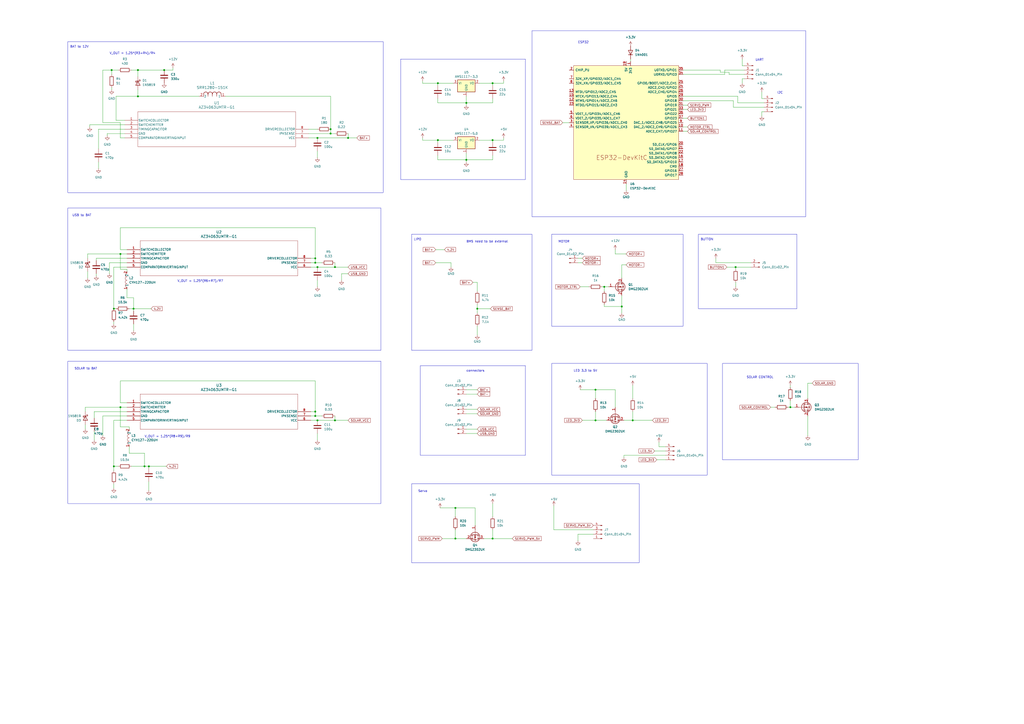
<source format=kicad_sch>
(kicad_sch (version 20230121) (generator eeschema)
  (paper "A2")
  (junction (at 194.31 154.94))
  (junction (at 276.86 179.07))
  (junction (at 426.72 154.94))
  (junction (at 80.01 40.64))
  (junction (at 270.51 92.71))
  (junction (at 264.16 294.64))
  (junction (at 285.75 48.26))
  (junction (at 350.52 166.37))
  (junction (at 201.93 80.01))
  (junction (at 66.04 179.07))
  (junction (at 64.77 40.64))
  (junction (at 285.75 81.28))
  (junction (at 182.88 149.86))
  (junction (at 191.77 74.93))
  (junction (at 184.15 243.84))
  (junction (at 254 48.26))
  (junction (at 83.82 270.51))
  (junction (at 191.77 77.47))
  (junction (at 184.15 154.94))
  (junction (at 182.88 241.3))
  (junction (at 285.75 312.42))
  (junction (at 66.04 270.51))
  (junction (at 458.47 236.22))
  (junction (at 254 81.28))
  (junction (at 69.85 147.32))
  (junction (at 367.03 243.84))
  (junction (at 69.85 236.22))
  (junction (at 86.36 270.51))
  (junction (at 345.44 243.84))
  (junction (at 360.68 177.8))
  (junction (at 182.88 238.76))
  (junction (at 184.15 80.01))
  (junction (at 182.88 152.4))
  (junction (at 270.51 59.69))
  (junction (at 77.47 179.07))
  (junction (at 194.31 243.84))
  (junction (at 345.44 226.06))
  (junction (at 264.16 312.42))
  (junction (at 80.01 55.88))
  (junction (at 95.25 40.64))
  (wire (pts (xy 396.24 63.5) (xy 398.78 63.5)))
  (wire (pts (xy 191.77 77.47) (xy 194.31 77.47)))
  (wire (pts (xy 182.88 149.86) (xy 182.88 152.4)))
  (wire (pts (xy 64.77 40.64) (xy 59.69 40.64)))
  (wire (pts (xy 194.31 154.94) (xy 201.93 154.94)))
  (wire (pts (xy 66.04 186.69) (xy 66.04 187.96)))
  (wire (pts (xy 66.04 243.84) (xy 73.66 243.84)))
  (wire (pts (xy 49.53 236.22) (xy 69.85 236.22)))
  (wire (pts (xy 353.06 166.37) (xy 350.52 166.37)))
  (wire (pts (xy 425.45 62.23) (xy 425.45 58.42)))
  (wire (pts (xy 420.37 43.18) (xy 420.37 40.64)))
  (wire (pts (xy 292.1 81.28) (xy 285.75 81.28)))
  (wire (pts (xy 264.16 307.34) (xy 264.16 312.42)))
  (wire (pts (xy 276.86 179.07) (xy 284.48 179.07)))
  (wire (pts (xy 74.93 248.92) (xy 74.93 247.65)))
  (wire (pts (xy 396.24 73.66) (xy 398.78 73.66)))
  (wire (pts (xy 422.91 43.18) (xy 431.8 43.18)))
  (wire (pts (xy 77.47 187.96) (xy 77.47 191.77)))
  (wire (pts (xy 337.82 149.86) (xy 335.28 149.86)))
  (wire (pts (xy 292.1 46.99) (xy 292.1 48.26)))
  (wire (pts (xy 365.76 34.29) (xy 365.76 35.56)))
  (wire (pts (xy 363.22 106.68) (xy 363.22 110.49)))
  (wire (pts (xy 361.95 264.16) (xy 361.95 265.43)))
  (wire (pts (xy 50.8 157.48) (xy 50.8 161.29)))
  (wire (pts (xy 336.55 166.37) (xy 341.63 166.37)))
  (wire (pts (xy 80.01 44.45) (xy 80.01 40.64)))
  (wire (pts (xy 245.11 80.01) (xy 245.11 81.28)))
  (wire (pts (xy 275.59 304.8) (xy 275.59 294.64)))
  (wire (pts (xy 345.44 243.84) (xy 351.79 243.84)))
  (wire (pts (xy 194.31 241.3) (xy 194.31 243.84)))
  (wire (pts (xy 180.34 241.3) (xy 182.88 241.3)))
  (wire (pts (xy 278.13 48.26) (xy 285.75 48.26)))
  (wire (pts (xy 270.51 228.6) (xy 276.86 228.6)))
  (wire (pts (xy 55.88 149.86) (xy 55.88 151.13)))
  (wire (pts (xy 422.91 41.91) (xy 422.91 43.18)))
  (wire (pts (xy 80.01 55.88) (xy 67.31 55.88)))
  (wire (pts (xy 292.1 80.01) (xy 292.1 81.28)))
  (wire (pts (xy 66.04 154.94) (xy 66.04 179.07)))
  (wire (pts (xy 74.93 179.07) (xy 77.47 179.07)))
  (wire (pts (xy 367.03 238.76) (xy 367.03 243.84)))
  (wire (pts (xy 50.8 149.86) (xy 50.8 147.32)))
  (wire (pts (xy 201.93 80.01) (xy 207.01 80.01)))
  (wire (pts (xy 396.24 76.2) (xy 398.78 76.2)))
  (wire (pts (xy 417.83 41.91) (xy 422.91 41.91)))
  (wire (pts (xy 254 82.55) (xy 254 81.28)))
  (wire (pts (xy 276.86 179.07) (xy 276.86 181.61)))
  (wire (pts (xy 270.51 88.9) (xy 270.51 92.71)))
  (wire (pts (xy 415.29 152.4) (xy 435.61 152.4)))
  (wire (pts (xy 74.93 247.65) (xy 69.85 247.65)))
  (wire (pts (xy 69.85 233.68) (xy 69.85 220.98)))
  (wire (pts (xy 458.47 232.41) (xy 458.47 236.22)))
  (wire (pts (xy 74.93 259.08) (xy 74.93 262.89)))
  (wire (pts (xy 77.47 179.07) (xy 87.63 179.07)))
  (wire (pts (xy 344.17 309.88) (xy 335.28 309.88)))
  (wire (pts (xy 59.69 71.12) (xy 69.85 71.12)))
  (wire (pts (xy 76.2 270.51) (xy 83.82 270.51)))
  (wire (pts (xy 285.75 307.34) (xy 285.75 312.42)))
  (wire (pts (xy 430.53 38.1) (xy 431.8 38.1)))
  (wire (pts (xy 292.1 48.26) (xy 285.75 48.26)))
  (wire (pts (xy 420.37 40.64) (xy 431.8 40.64)))
  (wire (pts (xy 73.66 167.64) (xy 73.66 172.72)))
  (wire (pts (xy 201.93 80.01) (xy 184.15 80.01)))
  (wire (pts (xy 270.51 92.71) (xy 270.51 93.98)))
  (wire (pts (xy 360.68 177.8) (xy 360.68 181.61)))
  (wire (pts (xy 73.66 238.76) (xy 54.61 238.76)))
  (wire (pts (xy 382.27 259.08) (xy 382.27 256.54)))
  (wire (pts (xy 184.15 162.56) (xy 184.15 166.37)))
  (wire (pts (xy 278.13 81.28) (xy 285.75 81.28)))
  (wire (pts (xy 69.85 247.65) (xy 69.85 236.22)))
  (wire (pts (xy 360.68 171.45) (xy 360.68 177.8)))
  (wire (pts (xy 182.88 152.4) (xy 186.69 152.4)))
  (wire (pts (xy 441.96 57.15) (xy 443.23 57.15)))
  (wire (pts (xy 276.86 176.53) (xy 276.86 179.07)))
  (wire (pts (xy 264.16 299.72) (xy 264.16 294.64)))
  (wire (pts (xy 73.66 144.78) (xy 69.85 144.78)))
  (wire (pts (xy 73.66 149.86) (xy 55.88 149.86)))
  (wire (pts (xy 69.85 80.01) (xy 72.39 80.01)))
  (wire (pts (xy 182.88 241.3) (xy 186.69 241.3)))
  (wire (pts (xy 270.51 248.92) (xy 276.86 248.92)))
  (wire (pts (xy 83.82 270.51) (xy 86.36 270.51)))
  (wire (pts (xy 254 90.17) (xy 254 92.71)))
  (wire (pts (xy 191.77 74.93) (xy 191.77 55.88)))
  (wire (pts (xy 130.81 55.88) (xy 191.77 55.88)))
  (wire (pts (xy 349.25 166.37) (xy 350.52 166.37)))
  (wire (pts (xy 468.63 222.25) (xy 471.17 222.25)))
  (wire (pts (xy 66.04 280.67) (xy 66.04 283.21)))
  (wire (pts (xy 396.24 43.18) (xy 420.37 43.18)))
  (wire (pts (xy 67.31 55.88) (xy 67.31 69.85)))
  (wire (pts (xy 264.16 312.42) (xy 270.51 312.42)))
  (wire (pts (xy 245.11 46.99) (xy 245.11 48.26)))
  (wire (pts (xy 337.82 152.4) (xy 335.28 152.4)))
  (wire (pts (xy 201.93 158.75) (xy 198.12 158.75)))
  (wire (pts (xy 430.53 34.29) (xy 430.53 38.1)))
  (wire (pts (xy 57.15 93.98) (xy 57.15 97.79)))
  (wire (pts (xy 86.36 279.4) (xy 86.36 284.48)))
  (wire (pts (xy 326.39 71.12) (xy 330.2 71.12)))
  (wire (pts (xy 285.75 92.71) (xy 270.51 92.71)))
  (wire (pts (xy 367.03 243.84) (xy 361.95 243.84)))
  (wire (pts (xy 415.29 149.86) (xy 415.29 152.4)))
  (wire (pts (xy 468.63 231.14) (xy 468.63 222.25)))
  (wire (pts (xy 285.75 90.17) (xy 285.75 92.71)))
  (wire (pts (xy 57.15 74.93) (xy 72.39 74.93)))
  (wire (pts (xy 461.01 236.22) (xy 458.47 236.22)))
  (wire (pts (xy 458.47 223.52) (xy 458.47 224.79)))
  (wire (pts (xy 417.83 40.64) (xy 417.83 41.91)))
  (wire (pts (xy 270.51 237.49) (xy 276.86 237.49)))
  (wire (pts (xy 66.04 270.51) (xy 68.58 270.51)))
  (wire (pts (xy 86.36 270.51) (xy 96.52 270.51)))
  (wire (pts (xy 180.34 149.86) (xy 182.88 149.86)))
  (wire (pts (xy 59.69 40.64) (xy 59.69 71.12)))
  (wire (pts (xy 83.82 262.89) (xy 83.82 270.51)))
  (wire (pts (xy 77.47 172.72) (xy 77.47 179.07)))
  (wire (pts (xy 100.33 39.37) (xy 100.33 40.64)))
  (wire (pts (xy 396.24 55.88) (xy 427.99 55.88)))
  (wire (pts (xy 73.66 172.72) (xy 77.47 172.72)))
  (wire (pts (xy 356.87 226.06) (xy 345.44 226.06)))
  (wire (pts (xy 182.88 132.08) (xy 182.88 149.86)))
  (wire (pts (xy 386.08 264.16) (xy 361.95 264.16)))
  (wire (pts (xy 194.31 243.84) (xy 201.93 243.84)))
  (wire (pts (xy 49.53 246.38) (xy 49.53 248.92)))
  (wire (pts (xy 345.44 238.76) (xy 345.44 243.84)))
  (wire (pts (xy 69.85 132.08) (xy 182.88 132.08)))
  (wire (pts (xy 57.15 86.36) (xy 57.15 74.93)))
  (wire (pts (xy 180.34 154.94) (xy 184.15 154.94)))
  (wire (pts (xy 270.51 251.46) (xy 276.86 251.46)))
  (wire (pts (xy 182.88 238.76) (xy 182.88 241.3)))
  (wire (pts (xy 350.52 166.37) (xy 350.52 168.91)))
  (wire (pts (xy 180.34 243.84) (xy 184.15 243.84)))
  (wire (pts (xy 64.77 50.8) (xy 64.77 52.07)))
  (wire (pts (xy 426.72 163.83) (xy 426.72 166.37)))
  (wire (pts (xy 441.96 53.34) (xy 441.96 57.15)))
  (wire (pts (xy 73.66 233.68) (xy 69.85 233.68)))
  (wire (pts (xy 73.66 154.94) (xy 66.04 154.94)))
  (wire (pts (xy 426.72 154.94) (xy 426.72 156.21)))
  (wire (pts (xy 191.77 74.93) (xy 191.77 77.47)))
  (wire (pts (xy 55.88 158.75) (xy 55.88 160.02)))
  (wire (pts (xy 285.75 57.15) (xy 285.75 59.69)))
  (wire (pts (xy 72.39 72.39) (xy 52.07 72.39)))
  (wire (pts (xy 69.85 236.22) (xy 73.66 236.22)))
  (wire (pts (xy 245.11 48.26) (xy 254 48.26)))
  (wire (pts (xy 285.75 48.26) (xy 285.75 49.53)))
  (wire (pts (xy 447.04 236.22) (xy 449.58 236.22)))
  (wire (pts (xy 62.23 77.47) (xy 72.39 77.47)))
  (wire (pts (xy 285.75 81.28) (xy 285.75 82.55)))
  (wire (pts (xy 356.87 147.32) (xy 363.22 147.32)))
  (wire (pts (xy 179.07 77.47) (xy 191.77 77.47)))
  (wire (pts (xy 69.85 147.32) (xy 73.66 147.32)))
  (wire (pts (xy 430.53 45.72) (xy 430.53 48.26)))
  (wire (pts (xy 350.52 177.8) (xy 360.68 177.8)))
  (wire (pts (xy 261.62 154.94) (xy 261.62 152.4)))
  (wire (pts (xy 321.31 307.34) (xy 321.31 293.37)))
  (wire (pts (xy 66.04 270.51) (xy 66.04 243.84)))
  (wire (pts (xy 69.85 220.98) (xy 182.88 220.98)))
  (wire (pts (xy 182.88 220.98) (xy 182.88 238.76)))
  (wire (pts (xy 180.34 152.4) (xy 182.88 152.4)))
  (wire (pts (xy 254 57.15) (xy 254 59.69)))
  (wire (pts (xy 180.34 238.76) (xy 182.88 238.76)))
  (wire (pts (xy 63.5 152.4) (xy 73.66 152.4)))
  (wire (pts (xy 254 92.71) (xy 270.51 92.71)))
  (wire (pts (xy 66.04 179.07) (xy 67.31 179.07)))
  (wire (pts (xy 457.2 236.22) (xy 458.47 236.22)))
  (wire (pts (xy 54.61 238.76) (xy 54.61 242.57)))
  (wire (pts (xy 443.23 62.23) (xy 425.45 62.23)))
  (wire (pts (xy 270.51 240.03) (xy 276.86 240.03)))
  (wire (pts (xy 285.75 312.42) (xy 297.18 312.42)))
  (wire (pts (xy 261.62 152.4) (xy 252.73 152.4)))
  (wire (pts (xy 69.85 144.78) (xy 69.85 132.08)))
  (wire (pts (xy 381 266.7) (xy 386.08 266.7)))
  (wire (pts (xy 254 81.28) (xy 262.89 81.28)))
  (wire (pts (xy 345.44 231.14) (xy 345.44 226.06)))
  (wire (pts (xy 198.12 158.75) (xy 198.12 162.56)))
  (wire (pts (xy 73.66 157.48) (xy 73.66 156.21)))
  (wire (pts (xy 54.61 250.19) (xy 54.61 255.27)))
  (wire (pts (xy 386.08 259.08) (xy 382.27 259.08)))
  (wire (pts (xy 68.58 40.64) (xy 64.77 40.64)))
  (wire (pts (xy 73.66 156.21) (xy 69.85 156.21)))
  (wire (pts (xy 264.16 294.64) (xy 255.27 294.64)))
  (wire (pts (xy 396.24 40.64) (xy 417.83 40.64)))
  (wire (pts (xy 421.64 154.94) (xy 426.72 154.94)))
  (wire (pts (xy 64.77 40.64) (xy 64.77 43.18)))
  (wire (pts (xy 59.69 241.3) (xy 59.69 252.73)))
  (wire (pts (xy 425.45 58.42) (xy 396.24 58.42)))
  (wire (pts (xy 337.82 243.84) (xy 345.44 243.84)))
  (wire (pts (xy 468.63 241.3) (xy 468.63 252.73)))
  (wire (pts (xy 257.81 144.78) (xy 252.73 144.78)))
  (wire (pts (xy 443.23 64.77) (xy 441.96 64.77)))
  (wire (pts (xy 254 49.53) (xy 254 48.26)))
  (wire (pts (xy 201.93 77.47) (xy 201.93 80.01)))
  (wire (pts (xy 285.75 312.42) (xy 280.67 312.42)))
  (wire (pts (xy 360.68 161.29) (xy 360.68 153.67)))
  (wire (pts (xy 76.2 40.64) (xy 80.01 40.64)))
  (wire (pts (xy 184.15 243.84) (xy 194.31 243.84)))
  (wire (pts (xy 396.24 68.58) (xy 398.78 68.58)))
  (wire (pts (xy 115.57 55.88) (xy 80.01 55.88)))
  (wire (pts (xy 80.01 40.64) (xy 95.25 40.64)))
  (wire (pts (xy 66.04 273.05) (xy 66.04 270.51)))
  (wire (pts (xy 254 48.26) (xy 262.89 48.26)))
  (wire (pts (xy 270.51 226.06) (xy 276.86 226.06)))
  (wire (pts (xy 194.31 152.4) (xy 194.31 154.94)))
  (wire (pts (xy 50.8 147.32) (xy 69.85 147.32)))
  (wire (pts (xy 396.24 60.96) (xy 398.78 60.96)))
  (wire (pts (xy 100.33 40.64) (xy 95.25 40.64)))
  (wire (pts (xy 184.15 80.01) (xy 179.07 80.01)))
  (wire (pts (xy 274.32 163.83) (xy 276.86 163.83)))
  (wire (pts (xy 184.15 154.94) (xy 194.31 154.94)))
  (wire (pts (xy 254 59.69) (xy 270.51 59.69)))
  (wire (pts (xy 356.87 236.22) (xy 356.87 226.06)))
  (wire (pts (xy 256.54 312.42) (xy 264.16 312.42)))
  (wire (pts (xy 379.73 261.62) (xy 386.08 261.62)))
  (wire (pts (xy 52.07 72.39) (xy 52.07 73.66)))
  (wire (pts (xy 179.07 74.93) (xy 184.15 74.93)))
  (wire (pts (xy 344.17 307.34) (xy 321.31 307.34)))
  (wire (pts (xy 441.96 64.77) (xy 441.96 67.31)))
  (wire (pts (xy 245.11 81.28) (xy 254 81.28)))
  (wire (pts (xy 275.59 294.64) (xy 264.16 294.64)))
  (wire (pts (xy 427.99 55.88) (xy 427.99 59.69)))
  (wire (pts (xy 184.15 87.63) (xy 184.15 91.44)))
  (wire (pts (xy 184.15 251.46) (xy 184.15 255.27)))
  (wire (pts (xy 427.99 59.69) (xy 443.23 59.69)))
  (wire (pts (xy 59.69 241.3) (xy 73.66 241.3)))
  (wire (pts (xy 69.85 156.21) (xy 69.85 147.32)))
  (wire (pts (xy 63.5 158.75) (xy 63.5 152.4)))
  (wire (pts (xy 356.87 144.78) (xy 356.87 147.32)))
  (wire (pts (xy 74.93 262.89) (xy 83.82 262.89)))
  (wire (pts (xy 426.72 154.94) (xy 435.61 154.94)))
  (wire (pts (xy 276.86 189.23) (xy 276.86 194.31)))
  (wire (pts (xy 431.8 45.72) (xy 430.53 45.72)))
  (wire (pts (xy 350.52 177.8) (xy 350.52 176.53)))
  (wire (pts (xy 285.75 292.1) (xy 285.75 299.72)))
  (wire (pts (xy 345.44 226.06) (xy 336.55 226.06)))
  (wire (pts (xy 276.86 163.83) (xy 276.86 168.91)))
  (wire (pts (xy 270.51 59.69) (xy 270.51 60.96)))
  (wire (pts (xy 80.01 52.07) (xy 80.01 55.88)))
  (wire (pts (xy 77.47 179.07) (xy 77.47 180.34)))
  (wire (pts (xy 335.28 309.88) (xy 335.28 313.69)))
  (wire (pts (xy 367.03 243.84) (xy 378.46 243.84)))
  (wire (pts (xy 49.53 238.76) (xy 49.53 236.22)))
  (wire (pts (xy 86.36 270.51) (xy 86.36 271.78)))
  (wire (pts (xy 270.51 55.88) (xy 270.51 59.69)))
  (wire (pts (xy 285.75 59.69) (xy 270.51 59.69)))
  (wire (pts (xy 69.85 71.12) (xy 69.85 80.01)))
  (wire (pts (xy 360.68 153.67) (xy 363.22 153.67)))
  (wire (pts (xy 67.31 69.85) (xy 72.39 69.85)))
  (wire (pts (xy 62.23 78.74) (xy 62.23 77.47)))
  (wire (pts (xy 367.03 223.52) (xy 367.03 231.14)))
  (rectangle (start 238.76 280.67) (end 370.84 326.39))
  (rectangle (start 320.04 210.82) (end 410.21 275.59))
  (rectangle (start 243.84 212.09) (end 304.8 264.16))
  (rectangle (start 308.61 17.78) (end 467.36 125.73))
  (rectangle (start 405.13 135.89) (end 462.28 179.07))
  (rectangle (start 419.1 210.82) (end 497.84 266.7))
  (rectangle (start 39.37 24.13) (end 222.25 111.76))
  (rectangle (start 320.04 135.89) (end 396.24 189.23))
  (rectangle (start 232.41 34.29) (end 304.8 104.14))
  (rectangle (start 238.76 135.89) (end 308.61 203.2))
  (rectangle (start 39.37 120.65) (end 220.98 203.2))
  (rectangle (start 39.37 209.55) (end 220.98 292.1))
  (text "Servo" (at 242.57 285.75 0) (effects (font (size 1.27 1.27)) (justify left bottom)))
  (text "UART" (at 438.15 35.56 0) (effects (font (size 1.27 1.27)) (justify left bottom)))
  (text "BAT to 12V" (at 40.64 27.94 0) (effects (font (size 1.27 1.27)) (justify left bottom)))
  (text "BMS need to be external" (at 270.51 140.97 0) (effects (font (size 1.27 1.27)) (justify left bottom)))
  (text "SOLAR to BAT" (at 43.18 214.63 0) (effects (font (size 1.27 1.27)) (justify left bottom)))
  (text "V_OUT = 1.25*(R8+R9)/R9" (at 83.82 254 0) (effects (font (size 1.27 1.27)) (justify left bottom)))
  (text "BUTTON" (at 406.4 139.7 0) (effects (font (size 1.27 1.27)) (justify left bottom)))
  (text "LED 3.3 to 5V" (at 332.74 215.9 0) (effects (font (size 1.27 1.27)) (justify left bottom)))
  (text "SOLAR CONTROL" (at 433.07 219.71 0) (effects (font (size 1.27 1.27)) (justify left bottom)))
  (text "V_OUT = 1.25*(R6+R7)/R7" (at 102.87 163.83 0) (effects (font (size 1.27 1.27)) (justify left bottom)))
  (text "ESP32" (at 335.28 25.4 0) (effects (font (size 1.27 1.27)) (justify left bottom)))
  (text "MOTOR" (at 323.85 140.97 0) (effects (font (size 1.27 1.27)) (justify left bottom)))
  (text "USB to BAT" (at 41.91 125.73 0) (effects (font (size 1.27 1.27)) (justify left bottom)))
  (text "I2C" (at 450.85 54.61 0) (effects (font (size 1.27 1.27)) (justify left bottom)))
  (text "connectors" (at 270.51 215.9 0) (effects (font (size 1.27 1.27)) (justify left bottom)))
  (text "LIPO" (at 240.03 139.7 0) (effects (font (size 1.27 1.27)) (justify left bottom)))
  (text "V_OUT = 1.25*(R3+R4)/R4" (at 63.5 31.75 0) (effects (font (size 1.27 1.27)) (justify left bottom)))
  (global_label "SOLAR_CONTROL" (shape input) (at 447.04 236.22 180) (property "Intersheetrefs" "${INTERSHEET_REFS}" (effects hide)))
  (global_label "SOLAR_GND" (shape input) (at 276.86 240.03 0) (property "Intersheetrefs" "${INTERSHEET_REFS}" (effects hide)))
  (global_label "LED_5V" (shape input) (at 379.73 261.62 180) (property "Intersheetrefs" "${INTERSHEET_REFS}" (effects hide)))
  (global_label "MOTOR_CTRL" (shape input) (at 398.78 73.66 0) (property "Intersheetrefs" "${INTERSHEET_REFS}" (effects hide)))
  (global_label "MOTOR+" (shape input) (at 363.22 147.32 0) (property "Intersheetrefs" "${INTERSHEET_REFS}" (effects hide)))
  (global_label "SENSE_BAT" (shape input) (at 326.39 71.12 180) (property "Intersheetrefs" "${INTERSHEET_REFS}" (effects hide)))
  (global_label "LED_3V3" (shape input) (at 381 266.7 180) (property "Intersheetrefs" "${INTERSHEET_REFS}" (effects hide)))
  (global_label "MOTOR-" (shape input) (at 337.82 152.4 0) (property "Intersheetrefs" "${INTERSHEET_REFS}" (effects hide)))
  (global_label "BAT+" (shape input) (at 207.01 80.01 0) (property "Intersheetrefs" "${INTERSHEET_REFS}" (effects hide)))
  (global_label "4.2V" (shape input) (at 87.63 179.07 0) (property "Intersheetrefs" "${INTERSHEET_REFS}" (effects hide)))
  (global_label "LED_3V3" (shape input) (at 337.82 243.84 180) (property "Intersheetrefs" "${INTERSHEET_REFS}" (effects hide)))
  (global_label "BAT-" (shape input) (at 252.73 152.4 180) (property "Intersheetrefs" "${INTERSHEET_REFS}" (effects hide)))
  (global_label "USB_VCC" (shape input) (at 276.86 248.92 0) (property "Intersheetrefs" "${INTERSHEET_REFS}" (effects hide)))
  (global_label "4.2V" (shape input) (at 96.52 270.51 0) (property "Intersheetrefs" "${INTERSHEET_REFS}" (effects hide)))
  (global_label "BAT+" (shape input) (at 274.32 163.83 180) (property "Intersheetrefs" "${INTERSHEET_REFS}" (effects hide)))
  (global_label "MOTOR_CTRL" (shape input) (at 336.55 166.37 180) (property "Intersheetrefs" "${INTERSHEET_REFS}" (effects hide)))
  (global_label "LED_3V3" (shape input) (at 398.78 63.5 0) (property "Intersheetrefs" "${INTERSHEET_REFS}" (effects hide)))
  (global_label "USB_VCC" (shape input) (at 201.93 154.94 0) (property "Intersheetrefs" "${INTERSHEET_REFS}" (effects hide)))
  (global_label "SOLAR_GND" (shape input) (at 471.17 222.25 0) (property "Intersheetrefs" "${INTERSHEET_REFS}" (effects hide)))
  (global_label "BAT+" (shape input) (at 252.73 144.78 180) (property "Intersheetrefs" "${INTERSHEET_REFS}" (effects hide)))
  (global_label "SERVO_PWM" (shape input) (at 398.78 60.96 0) (property "Intersheetrefs" "${INTERSHEET_REFS}" (effects hide)))
  (global_label "SOLAR_CONTROL" (shape input) (at 398.78 76.2 0) (property "Intersheetrefs" "${INTERSHEET_REFS}" (effects hide)))
  (global_label "SERVO_PWM_5V" (shape input) (at 297.18 312.42 0) (property "Intersheetrefs" "${INTERSHEET_REFS}" (effects hide)))
  (global_label "SERVO_PWM_5V" (shape input) (at 344.17 304.8 180) (property "Intersheetrefs" "${INTERSHEET_REFS}" (effects hide)))
  (global_label "LED_5V" (shape input) (at 378.46 243.84 0) (property "Intersheetrefs" "${INTERSHEET_REFS}" (effects hide)))
  (global_label "USB_GND" (shape input) (at 201.93 158.75 0) (property "Intersheetrefs" "${INTERSHEET_REFS}" (effects hide)))
  (global_label "SOLAR_VCC" (shape input) (at 276.86 237.49 0) (property "Intersheetrefs" "${INTERSHEET_REFS}" (effects hide)))
  (global_label "MOTOR-" (shape input) (at 363.22 153.67 0) (property "Intersheetrefs" "${INTERSHEET_REFS}" (effects hide)))
  (global_label "SOLAR_VCC" (shape input) (at 201.93 243.84 0) (property "Intersheetrefs" "${INTERSHEET_REFS}" (effects hide)))
  (global_label "SERVO_PWM" (shape input) (at 256.54 312.42 180) (property "Intersheetrefs" "${INTERSHEET_REFS}" (effects hide)))
  (global_label "SENSE_BAT" (shape input) (at 284.48 179.07 0) (property "Intersheetrefs" "${INTERSHEET_REFS}" (effects hide)))
  (global_label "BAT-" (shape input) (at 276.86 228.6 0) (property "Intersheetrefs" "${INTERSHEET_REFS}" (effects hide)))
  (global_label "4.2V" (shape input) (at 257.81 144.78 0) (property "Intersheetrefs" "${INTERSHEET_REFS}" (effects hide)))
  (global_label "BUTTON1" (shape input) (at 421.64 154.94 180) (property "Intersheetrefs" "${INTERSHEET_REFS}" (effects hide)))
  (global_label "BUTTON1" (shape input) (at 398.78 68.58 0) (property "Intersheetrefs" "${INTERSHEET_REFS}" (effects hide)))
  (global_label "USB_GND" (shape input) (at 276.86 251.46 0) (property "Intersheetrefs" "${INTERSHEET_REFS}" (effects hide)))
  (global_label "BAT+" (shape input) (at 276.86 226.06 0) (property "Intersheetrefs" "${INTERSHEET_REFS}" (effects hide)))
  (global_label "MOTOR+" (shape input) (at 337.82 149.86 0) (property "Intersheetrefs" "${INTERSHEET_REFS}" (effects hide)))
  (symbol (lib_id "power:GND") (at 59.69 252.73 0) (unit 1)
    (property "Reference" "#PWR043" (effects hide))
    (property "Value" "GND" (at 59.69 257.81 0))
  )
  (symbol (lib_id "power:+5V") (at 292.1 80.01 0) (unit 1)
    (property "Reference" "#PWR027" (effects hide))
    (property "Value" "+5V" (at 292.1 74.93 0))
  )
  (symbol (lib_id "power:GND") (at 62.23 78.74 0) (unit 1)
    (property "Reference" "#PWR01" (effects hide))
    (property "Value" "GND" (at 62.23 83.82 0))
  )
  (symbol (lib_id "power:GND") (at 57.15 97.79 0) (unit 1)
    (property "Reference" "#PWR03" (effects hide))
    (property "Value" "GND" (at 57.15 102.87 0))
  )
  (symbol (lib_id "power:GND") (at 426.72 166.37 0) (unit 1)
    (property "Reference" "#PWR035" (effects hide))
    (property "Value" "GND" (at 426.72 171.45 0))
  )
  (symbol (lib_id "Device:R") (at 71.12 179.07 90) (unit 1)
    (property "Reference" "R6" (at 71.12 172.72 90))
    (property "Value" "10.5k" (at 71.12 175.26 90))
    (property "Footprint" "Resistor_SMD:R_1206_3216Metric_Pad1.30x1.75mm_HandSolder" (effects hide))
  )
  (symbol (lib_id "Device:C") (at 254 86.36 0) (unit 1)
    (property "Reference" "C12" (at 257.81 85.09 0) (effects (justify left)))
    (property "Value" "10u" (at 257.81 87.63 0) (effects (justify left)))
    (property "Footprint" "Capacitor_SMD:C_1206_3216Metric_Pad1.33x1.80mm_HandSolder" (effects hide))
  )
  (symbol (lib_id "power:GND") (at 66.04 187.96 0) (unit 1)
    (property "Reference" "#PWR041" (effects hide))
    (property "Value" "GND" (at 66.04 193.04 0))
  )
  (symbol (lib_id "Device:R") (at 187.96 74.93 90) (unit 1)
    (property "Reference" "R1" (at 187.96 68.58 90))
    (property "Value" "180" (at 187.96 71.12 90))
    (property "Footprint" "Resistor_SMD:R_1206_3216Metric_Pad1.30x1.75mm_HandSolder" (effects hide))
  )
  (symbol (lib_id "power:GND") (at 261.62 154.94 0) (unit 1)
    (property "Reference" "#PWR030" (effects hide))
    (property "Value" "GND" (at 261.62 158.75 0))
  )
  (symbol (lib_id "Regulator_Linear:AMS1117-3.3") (at 270.51 48.26 0) (unit 1)
    (property "Reference" "U5" (at 270.51 41.91 0))
    (property "Value" "AMS1117-3.3" (at 270.51 44.45 0))
    (property "Footprint" "Package_TO_SOT_SMD:SOT-223-3_TabPin2" (effects hide))
    (property "Datasheet" "http://www.advanced-monolithic.com/pdf/ds1117.pdf" (effects hide))
  )
  (symbol (lib_id "power:GND") (at 63.5 158.75 0) (unit 1)
    (property "Reference" "#PWR038" (effects hide))
    (property "Value" "GND" (at 63.5 163.83 0))
  )
  (symbol (lib_id "power:GND") (at 361.95 265.43 0) (unit 1)
    (property "Reference" "#PWR029" (effects hide))
    (property "Value" "GND" (at 361.95 270.51 0))
  )
  (symbol (lib_id "power:GND") (at 468.63 252.73 0) (unit 1)
    (property "Reference" "#PWR013" (effects hide))
    (property "Value" "GND" (at 468.63 257.81 0))
  )
  (symbol (lib_id "Device:C") (at 77.47 184.15 0) (unit 1)
    (property "Reference" "C7" (at 81.28 182.88 0) (effects (justify left)))
    (property "Value" "470u" (at 81.28 185.42 0) (effects (justify left)))
    (property "Footprint" "Capacitor_SMD:C_1206_3216Metric_Pad1.33x1.80mm_HandSolder" (effects hide))
  )
  (symbol (lib_id "Device:Q_NMOS_DGS") (at 358.14 166.37 0) (unit 1)
    (property "Reference" "Q1" (at 364.49 165.1 0) (effects (justify left)))
    (property "Value" "DMG2302UK" (at 364.49 167.64 0) (effects (justify left)))
    (property "Footprint" "Package_TO_SOT_SMD:TSOT-23_HandSoldering" (effects hide))
  )
  (symbol (lib_id "Device:Q_NMOS_DGS") (at 356.87 241.3 270) (unit 1)
    (property "Reference" "Q2" (at 356.87 247.65 90))
    (property "Value" "DMG2302UK" (at 356.87 250.19 90))
    (property "Footprint" "Package_TO_SOT_SMD:TSOT-23_HandSoldering" (effects hide))
  )
  (symbol (lib_id "power:GND") (at 360.68 181.61 0) (unit 1)
    (property "Reference" "#PWR031" (effects hide))
    (property "Value" "GND" (at 360.68 185.42 0))
  )
  (symbol (lib_id "PCM_Espressif:ESP32-DevKitC") (at 363.22 71.12 0) (unit 1)
    (property "Reference" "U6" (at 365.4141 106.68 0) (effects (justify left)))
    (property "Value" "ESP32-DevKitC" (at 365.4141 109.22 0) (effects (justify left)))
    (property "Footprint" "PCM_Espressif:ESP32-DevKitC" (effects hide))
    (property "Datasheet" "https://docs.espressif.com/projects/esp-idf/zh_CN/latest/esp32/hw-reference/esp32/get-started-devkitc.html" (effects hide))
  )
  (symbol (lib_id "Connector:Conn_01x04_Pin") (at 349.25 309.88 180) (unit 1)
    (property "Reference" "J7" (at 350.52 307.34 0) (effects (justify right)))
    (property "Value" "Conn_01x04_Pin" (at 350.52 309.88 0) (effects (justify right)))
    (property "Footprint" "Connector_PinHeader_2.54mm:PinHeader_1x04_P2.54mm_Vertical" (effects hide))
  )
  (symbol (lib_id "power:+5V") (at 321.31 293.37 0) (unit 1)
    (property "Reference" "#PWR036" (effects hide))
    (property "Value" "+5V" (at 321.31 289.56 0))
  )
  (symbol (lib_id "power:+12V") (at 245.11 46.99 0) (unit 1)
    (property "Reference" "#PWR015" (effects hide))
    (property "Value" "+12V" (at 245.11 41.91 0))
  )
  (symbol (lib_id "power:+3.3V") (at 365.76 26.67 0) (unit 1)
    (property "Reference" "#PWR014" (effects hide))
    (property "Value" "+3.3V" (at 365.76 21.59 0))
  )
  (symbol (lib_id "power:+5V") (at 285.75 292.1 0) (unit 1)
    (property "Reference" "#PWR047" (effects hide))
    (property "Value" "+5V" (at 285.75 287.02 0))
  )
  (symbol (lib_id "Device:R") (at 190.5 152.4 270) (unit 1)
    (property "Reference" "R5" (at 190.5 146.05 90))
    (property "Value" "0.33" (at 190.5 148.59 90))
    (property "Footprint" "Resistor_SMD:R_1206_3216Metric_Pad1.30x1.75mm_HandSolder" (effects hide))
  )
  (symbol (lib_id "power:GND") (at 49.53 248.92 0) (unit 1)
    (property "Reference" "#PWR011" (effects hide))
    (property "Value" "GND" (at 49.53 254 0))
  )
  (symbol (lib_id "2024-08-31_12-20-44:SRR1280-151K") (at 115.57 55.88 0) (unit 1)
    (property "Reference" "L1" (at 123.19 48.26 0) (effects (font (size 1.524 1.524))))
    (property "Value" "SRR1280-151K" (at 123.19 50.8 0) (effects (font (size 1.524 1.524))))
    (property "Footprint" "footprints:IND_BOURNS_SRR1280" (effects hide))
    (property "Datasheet" "SRR1280-151K" (effects hide))
  )
  (symbol (lib_id "power:GND") (at 52.07 73.66 0) (unit 1)
    (property "Reference" "#PWR02" (effects hide))
    (property "Value" "GND" (at 52.07 78.74 0))
  )
  (symbol (lib_id "power:+3.3V") (at 336.55 226.06 0) (unit 1)
    (property "Reference" "#PWR024" (effects hide))
    (property "Value" "+3.3V" (at 336.55 220.98 0))
  )
  (symbol (lib_id "power:+3.3V") (at 458.47 223.52 0) (unit 1)
    (property "Reference" "#PWR048" (effects hide))
    (property "Value" "+3.3V" (at 458.47 218.44 0))
  )
  (symbol (lib_id "power:GND") (at 64.77 52.07 0) (unit 1)
    (property "Reference" "#PWR05" (effects hide))
    (property "Value" "GND" (at 64.77 57.15 0))
  )
  (symbol (lib_id "Connector:Conn_01x02_Pin") (at 440.69 154.94 180) (unit 1)
    (property "Reference" "J5" (at 441.96 152.4 0) (effects (justify right)))
    (property "Value" "Conn_01x02_Pin" (at 441.96 154.94 0) (effects (justify right)))
    (property "Footprint" "Connector_PinHeader_2.54mm:PinHeader_1x02_P2.54mm_Vertical" (effects hide))
  )
  (symbol (lib_id "Device:R") (at 66.04 182.88 0) (unit 1)
    (property "Reference" "R7" (at 68.58 181.61 0) (effects (justify left)))
    (property "Value" "4.42k" (at 68.58 184.15 0) (effects (justify left)))
    (property "Footprint" "Resistor_SMD:R_1206_3216Metric_Pad1.30x1.75mm_HandSolder" (effects hide))
  )
  (symbol (lib_id "easyeda2kicad:CYH127-220UH") (at 74.93 254 90) (unit 1)
    (property "Reference" "L3" (at 76.2 252.73 90) (effects (justify right)))
    (property "Value" "CYH127-220UH" (at 76.2 255.27 90) (effects (justify right)))
    (property "Footprint" "easyeda2kicad:IND-SMD_L12.3-W12.3" (effects hide))
    (property "LCSC Part" "C2929507" (effects hide))
  )
  (symbol (lib_id "Diode:1N5819") (at 80.01 48.26 270) (unit 1)
    (property "Reference" "D1" (at 82.55 46.6725 90) (effects (justify left)))
    (property "Value" "1N5819" (at 82.55 49.2125 90) (effects (justify left)))
    (property "Footprint" "Diode_THT:D_DO-41_SOD81_P10.16mm_Horizontal" (effects hide))
    (property "Datasheet" "http://www.vishay.com/docs/88525/1n5817.pdf" (effects hide))
  )
  (symbol (lib_id "Device:R") (at 72.39 270.51 90) (unit 1)
    (property "Reference" "R8" (at 72.39 264.16 90))
    (property "Value" "10.5k" (at 72.39 266.7 90))
    (property "Footprint" "Resistor_SMD:R_1206_3216Metric_Pad1.30x1.75mm_HandSolder" (effects hide))
  )
  (symbol (lib_id "power:+3.3V") (at 441.96 53.34 0) (unit 1)
    (property "Reference" "#PWR020" (effects hide))
    (property "Value" "+3.3V" (at 441.96 48.26 0))
  )
  (symbol (lib_id "Connector:Conn_01x02_Pin") (at 265.43 226.06 0) (unit 1)
    (property "Reference" "J3" (at 266.065 220.98 0))
    (property "Value" "Conn_01x02_Pin" (at 266.065 223.52 0))
    (property "Footprint" "Connector_PinHeader_2.54mm:PinHeader_1x02_P2.54mm_Vertical" (effects hide))
  )
  (symbol (lib_id "Device:R") (at 72.39 40.64 90) (unit 1)
    (property "Reference" "R3" (at 72.39 34.29 90))
    (property "Value" "430" (at 72.39 36.83 90))
    (property "Footprint" "Resistor_SMD:R_1206_3216Metric_Pad1.30x1.75mm_HandSolder" (effects hide))
  )
  (symbol (lib_id "power:GND") (at 441.96 67.31 0) (unit 1)
    (property "Reference" "#PWR019" (effects hide))
    (property "Value" "GND" (at 441.96 72.39 0))
  )
  (symbol (lib_id "easyeda2kicad:CYH127-220UH") (at 73.66 162.56 90) (unit 1)
    (property "Reference" "L2" (at 74.93 161.29 90) (effects (justify right)))
    (property "Value" "CYH127-220UH" (at 74.93 163.83 90) (effects (justify right)))
    (property "Footprint" "easyeda2kicad:IND-SMD_L12.3-W12.3" (effects hide))
    (property "LCSC Part" "C2929507" (effects hide))
  )
  (symbol (lib_id "power:GND") (at 270.51 93.98 0) (unit 1)
    (property "Reference" "#PWR026" (effects hide))
    (property "Value" "GND" (at 270.51 99.06 0))
  )
  (symbol (lib_id "Device:R") (at 367.03 234.95 0) (unit 1)
    (property "Reference" "R14" (at 369.57 233.68 0) (effects (justify left)))
    (property "Value" "10k" (at 369.57 236.22 0) (effects (justify left)))
    (property "Footprint" "Resistor_SMD:R_1206_3216Metric_Pad1.30x1.75mm_HandSolder" (effects hide))
  )
  (symbol (lib_id "Device:C") (at 184.15 247.65 0) (unit 1)
    (property "Reference" "C11" (at 187.96 246.38 0) (effects (justify left)))
    (property "Value" "100u" (at 187.96 248.92 0) (effects (justify left)))
    (property "Footprint" "Capacitor_SMD:C_1206_3216Metric_Pad1.33x1.80mm_HandSolder" (effects hide))
  )
  (symbol (lib_id "power:GND") (at 86.36 284.48 0) (unit 1)
    (property "Reference" "#PWR045" (effects hide))
    (property "Value" "GND" (at 86.36 289.56 0))
  )
  (symbol (lib_id "Device:R") (at 453.39 236.22 90) (unit 1)
    (property "Reference" "R17" (at 453.39 229.87 90))
    (property "Value" "1k" (at 453.39 232.41 90))
    (property "Footprint" "Resistor_SMD:R_1206_3216Metric_Pad1.30x1.75mm_HandSolder" (effects hide))
  )
  (symbol (lib_id "Regulator_Linear:AMS1117-5.0") (at 270.51 81.28 0) (unit 1)
    (property "Reference" "U4" (at 270.51 74.93 0))
    (property "Value" "AMS1117-5.0" (at 270.51 77.47 0))
    (property "Footprint" "Package_TO_SOT_SMD:SOT-223-3_TabPin2" (effects hide))
    (property "Datasheet" "http://www.advanced-monolithic.com/pdf/ds1117.pdf" (effects hide))
  )
  (symbol (lib_id "Device:R") (at 345.44 166.37 90) (unit 1)
    (property "Reference" "R16" (at 345.44 160.02 90))
    (property "Value" "1k" (at 345.44 162.56 90))
    (property "Footprint" "Resistor_SMD:R_1206_3216Metric_Pad1.30x1.75mm_HandSolder" (effects hide))
  )
  (symbol (lib_id "power:GND") (at 55.88 160.02 0) (unit 1)
    (property "Reference" "#PWR039" (effects hide))
    (property "Value" "GND" (at 55.88 165.1 0))
  )
  (symbol (lib_id "power:GND") (at 363.22 110.49 0) (unit 1)
    (property "Reference" "#PWR021" (effects hide))
    (property "Value" "GND" (at 363.22 114.3 0))
  )
  (symbol (lib_id "Device:Q_NMOS_DGS") (at 466.09 236.22 0) (unit 1)
    (property "Reference" "Q3" (at 472.44 234.95 0) (effects (justify left)))
    (property "Value" "DMG2302UK" (at 472.44 237.49 0) (effects (justify left)))
    (property "Footprint" "Package_TO_SOT_SMD:TSOT-23_HandSoldering" (effects hide))
  )
  (symbol (lib_id "power:GND") (at 270.51 60.96 0) (unit 1)
    (property "Reference" "#PWR017" (effects hide))
    (property "Value" "GND" (at 270.51 66.04 0))
  )
  (symbol (lib_id "power:GND") (at 95.25 48.26 0) (unit 1)
    (property "Reference" "#PWR06" (effects hide))
    (property "Value" "GND" (at 95.25 53.34 0))
  )
  (symbol (lib_id "Device:C") (at 184.15 158.75 0) (unit 1)
    (property "Reference" "C4" (at 187.96 157.48 0) (effects (justify left)))
    (property "Value" "100u" (at 187.96 160.02 0) (effects (justify left)))
    (property "Footprint" "Capacitor_SMD:C_1206_3216Metric_Pad1.33x1.80mm_HandSolder" (effects hide))
  )
  (symbol (lib_id "Diode:1N4001") (at 365.76 30.48 90) (unit 1)
    (property "Reference" "D4" (at 368.3 29.21 90) (effects (justify right)))
    (property "Value" "1N4001" (at 368.3 31.75 90) (effects (justify right)))
    (property "Footprint" "Diode_THT:D_DO-41_SOD81_P10.16mm_Horizontal" (effects hide))
    (property "Datasheet" "http://www.vishay.com/docs/88503/1n4001.pdf" (effects hide))
    (property "Sim.Device" "D" (effects hide))
    (property "Sim.Pins" "1=K 2=A" (effects hide))
  )
  (symbol (lib_id "power:+5V") (at 382.27 256.54 0) (unit 1)
    (property "Reference" "#PWR033" (effects hide))
    (property "Value" "+5V" (at 382.27 252.73 0))
  )
  (symbol (lib_id "power:+3.3V") (at 430.53 34.29 0) (unit 1)
    (property "Reference" "#PWR022" (effects hide))
    (property "Value" "+3.3V" (at 430.53 29.21 0))
  )
  (symbol (lib_id "power:GND") (at 66.04 283.21 0) (unit 1)
    (property "Reference" "#PWR044" (effects hide))
    (property "Value" "GND" (at 66.04 288.29 0))
  )
  (symbol (lib_id "Device:C") (at 54.61 246.38 0) (unit 1)
    (property "Reference" "C8" (at 54.61 248.92 0) (effects (justify left)))
    (property "Value" "470p" (at 54.61 251.46 0) (effects (justify left)))
    (property "Footprint" "Capacitor_SMD:C_1206_3216Metric_Pad1.33x1.80mm_HandSolder" (effects hide))
  )
  (symbol (lib_id "power:GND") (at 276.86 194.31 0) (unit 1)
    (property "Reference" "#PWR018" (effects hide))
    (property "Value" "GND" (at 276.86 198.12 0))
  )
  (symbol (lib_id "power:+3.3V") (at 255.27 294.64 0) (unit 1)
    (property "Reference" "#PWR046" (effects hide))
    (property "Value" "+3.3V" (at 255.27 289.56 0))
  )
  (symbol (lib_id "Device:R") (at 190.5 241.3 270) (unit 1)
    (property "Reference" "R10" (at 190.5 234.95 90))
    (property "Value" "0.33" (at 190.5 237.49 90))
    (property "Footprint" "Resistor_SMD:R_1206_3216Metric_Pad1.30x1.75mm_HandSolder" (effects hide))
  )
  (symbol (lib_id "Diode:1N5819") (at 49.53 242.57 270) (unit 1)
    (property "Reference" "D3" (at 46.99 243.84 90) (effects (justify right)))
    (property "Value" "1N5819" (at 46.99 241.3 90) (effects (justify right)))
    (property "Footprint" "Diode_THT:D_DO-41_SOD81_P10.16mm_Horizontal" (effects hide))
    (property "Datasheet" "http://www.vishay.com/docs/88525/1n5817.pdf" (effects hide))
  )
  (symbol (lib_id "power:GND") (at 335.28 313.69 0) (unit 1)
    (property "Reference" "#PWR037" (effects hide))
    (property "Value" "GND" (at 335.28 318.77 0))
  )
  (symbol (lib_id "Device:R") (at 198.12 77.47 270) (unit 1)
    (property "Reference" "R2" (at 198.12 71.12 90))
    (property "Value" "0.22" (at 198.12 73.66 90))
    (property "Footprint" "Resistor_SMD:R_1206_3216Metric_Pad1.30x1.75mm_HandSolder" (effects hide))
  )
  (symbol (lib_id "2024-08-31_12-02-10:AZ34063UMTR-G1") (at 73.66 233.68 0) (unit 1)
    (property "Reference" "U3" (at 127 223.52 0) (effects (font (size 1.524 1.524))))
    (property "Value" "AZ34063UMTR-G1" (at 127 226.06 0) (effects (font (size 1.524 1.524))))
    (property "Footprint" "footprints:SO-8_AZ3406-M_DIO" (effects hide))
    (property "Datasheet" "AZ34063UMTR-G1" (effects hide))
  )
  (symbol (lib_id "Connector:Conn_01x04_Pin") (at 448.31 62.23 180) (unit 1)
    (property "Reference" "J2" (at 449.58 59.69 0) (effects (justify right)))
    (property "Value" "Conn_01x04_Pin" (at 449.58 62.23 0) (effects (justify right)))
    (property "Footprint" "Connector_PinHeader_2.54mm:PinHeader_1x04_P2.54mm_Vertical" (effects hide))
  )
  (symbol (lib_id "Device:R") (at 350.52 172.72 0) (unit 1)
    (property "Reference" "R15" (at 353.06 171.45 0) (effects (justify left)))
    (property "Value" "10k" (at 353.06 173.99 0) (effects (justify left)))
    (property "Footprint" "Resistor_SMD:R_1206_3216Metric_Pad1.30x1.75mm_HandSolder" (effects hide))
  )
  (symbol (lib_id "Connector:Conn_01x02_Pin") (at 265.43 237.49 0) (unit 1)
    (property "Reference" "J8" (at 266.065 232.41 0))
    (property "Value" "Conn_01x02_Pin" (at 266.065 234.95 0))
    (property "Footprint" "Connector_PinHeader_2.54mm:PinHeader_1x02_P2.54mm_Vertical" (effects hide))
  )
  (symbol (lib_id "Device:C") (at 285.75 53.34 0) (unit 1)
    (property "Reference" "C15" (at 289.56 52.07 0) (effects (justify left)))
    (property "Value" "22u" (at 289.56 54.61 0) (effects (justify left)))
    (property "Footprint" "Capacitor_SMD:C_1206_3216Metric_Pad1.33x1.80mm_HandSolder" (effects hide))
  )
  (symbol (lib_id "Connector:Conn_01x04_Pin") (at 391.16 264.16 180) (unit 1)
    (property "Reference" "J6" (at 392.43 261.62 0) (effects (justify right)))
    (property "Value" "Conn_01x04_Pin" (at 392.43 264.16 0) (effects (justify right)))
    (property "Footprint" "Connector_PinHeader_2.54mm:PinHeader_1x04_P2.54mm_Vertical" (effects hide))
  )
  (symbol (lib_id "Device:C") (at 254 53.34 0) (unit 1)
    (property "Reference" "C14" (at 257.81 52.07 0) (effects (justify left)))
    (property "Value" "10u" (at 257.81 54.61 0) (effects (justify left)))
    (property "Footprint" "Capacitor_SMD:C_1206_3216Metric_Pad1.33x1.80mm_HandSolder" (effects hide))
  )
  (symbol (lib_id "Device:R") (at 276.86 185.42 0) (unit 1)
    (property "Reference" "R12" (at 279.4 184.15 0) (effects (justify left)))
    (property "Value" "7.1k" (at 279.4 186.69 0) (effects (justify left)))
    (property "Footprint" "Resistor_SMD:R_1206_3216Metric_Pad1.30x1.75mm_HandSolder" (effects hide))
  )
  (symbol (lib_id "Device:R") (at 458.47 228.6 0) (unit 1)
    (property "Reference" "R18" (at 461.01 227.33 0) (effects (justify left)))
    (property "Value" "10k" (at 461.01 229.87 0) (effects (justify left)))
    (property "Footprint" "Resistor_SMD:R_1206_3216Metric_Pad1.30x1.75mm_HandSolder" (effects hide))
  )
  (symbol (lib_id "2024-08-31_12-02-10:AZ34063UMTR-G1") (at 73.66 144.78 0) (unit 1)
    (property "Reference" "U2" (at 127 134.62 0) (effects (font (size 1.524 1.524))))
    (property "Value" "AZ34063UMTR-G1" (at 127 137.16 0) (effects (font (size 1.524 1.524))))
    (property "Footprint" "footprints:SO-8_AZ3406-M_DIO" (effects hide))
    (property "Datasheet" "AZ34063UMTR-G1" (effects hide))
  )
  (symbol (lib_id "power:GND") (at 430.53 48.26 0) (unit 1)
    (property "Reference" "#PWR023" (effects hide))
    (property "Value" "GND" (at 430.53 53.34 0))
  )
  (symbol (lib_id "Device:R") (at 285.75 303.53 0) (unit 1)
    (property "Reference" "R21" (at 288.29 302.26 0) (effects (justify left)))
    (property "Value" "10k" (at 288.29 304.8 0) (effects (justify left)))
    (property "Footprint" "Resistor_SMD:R_1206_3216Metric_Pad1.30x1.75mm_HandSolder" (effects hide))
  )
  (symbol (lib_id "power:+3.3V") (at 415.29 149.86 0) (unit 1)
    (property "Reference" "#PWR034" (effects hide))
    (property "Value" "+3.3V" (at 415.29 144.78 0))
  )
  (symbol (lib_id "Device:R") (at 345.44 234.95 0) (unit 1)
    (property "Reference" "R13" (at 347.98 233.68 0) (effects (justify left)))
    (property "Value" "10k" (at 347.98 236.22 0) (effects (justify left)))
    (property "Footprint" "Resistor_SMD:R_1206_3216Metric_Pad1.30x1.75mm_HandSolder" (effects hide))
  )
  (symbol (lib_id "power:GND") (at 50.8 161.29 0) (unit 1)
    (property "Reference" "#PWR040" (effects hide))
    (property "Value" "GND" (at 50.8 166.37 0))
  )
  (symbol (lib_id "Device:Q_NMOS_DGS") (at 275.59 309.88 270) (unit 1)
    (property "Reference" "Q4" (at 275.59 316.23 90))
    (property "Value" "DMG2302UK" (at 275.59 318.77 90))
    (property "Footprint" "Package_TO_SOT_SMD:TSOT-23_HandSoldering" (effects hide))
  )
  (symbol (lib_id "Connector:Conn_01x02_Pin") (at 265.43 248.92 0) (unit 1)
    (property "Reference" "J9" (at 266.065 243.84 0))
    (property "Value" "Conn_01x02_Pin" (at 266.065 246.38 0))
    (property "Footprint" "Connector_PinHeader_2.54mm:PinHeader_1x02_P2.54mm_Vertical" (effects hide))
  )
  (symbol (lib_id "power:+3.3V") (at 292.1 46.99 0) (unit 1)
    (property "Reference" "#PWR016" (effects hide))
    (property "Value" "+3.3V" (at 292.1 41.91 0))
  )
  (symbol (lib_id "power:+12V") (at 100.33 39.37 0) (unit 1)
    (property "Reference" "#PWR07" (effects hide))
    (property "Value" "+12V" (at 100.33 34.29 0))
  )
  (symbol (lib_id "Device:C") (at 57.15 90.17 0) (unit 1)
    (property "Reference" "C1" (at 60.96 88.9 0) (effects (justify left)))
    (property "Value" "470p" (at 60.96 91.44 0) (effects (justify left)))
    (property "Footprint" "Capacitor_SMD:C_1206_3216Metric_Pad1.33x1.80mm_HandSolder" (effects hide))
  )
  (symbol (lib_id "Device:R") (at 264.16 303.53 0) (unit 1)
    (property "Reference" "R20" (at 266.7 302.26 0) (effects (justify left)))
    (property "Value" "10k" (at 266.7 304.8 0) (effects (justify left)))
    (property "Footprint" "Resistor_SMD:R_1206_3216Metric_Pad1.30x1.75mm_HandSolder" (effects hide))
  )
  (symbol (lib_id "Device:R") (at 64.77 46.99 180) (unit 1)
    (property "Reference" "R4" (at 67.31 45.72 0) (effects (justify right)))
    (property "Value" "51" (at 67.31 48.26 0) (effects (justify right)))
    (property "Footprint" "Resistor_SMD:R_1206_3216Metric_Pad1.30x1.75mm_HandSolder" (effects hide))
  )
  (symbol (lib_id "Connector:Conn_01x04_Pin") (at 436.88 43.18 180) (unit 1)
    (property "Reference" "J1" (at 438.15 40.64 0) (effects (justify right)))
    (property "Value" "Conn_01x04_Pin" (at 438.15 43.18 0) (effects (justify right)))
    (property "Footprint" "Connector_PinHeader_2.54mm:PinHeader_1x04_P2.54mm_Vertical" (effects hide))
  )
  (symbol (lib_id "power:+12V") (at 245.11 80.01 0) (unit 1)
    (property "Reference" "#PWR025" (effects hide))
    (property "Value" "+12V" (at 245.11 74.93 0))
  )
  (symbol (lib_id "Connector:Conn_01x02_Pin") (at 330.2 149.86 0) (unit 1)
    (property "Reference" "J4" (at 330.835 144.78 0))
    (property "Value" "Conn_01x02_Pin" (at 330.835 147.32 0))
    (property "Footprint" "Connector_PinHeader_2.54mm:PinHeader_1x02_P2.54mm_Vertical" (effects hide))
  )
  (symbol (lib_id "power:GND") (at 184.15 166.37 0) (unit 1)
    (property "Reference" "#PWR09" (effects hide))
    (property "Value" "GND" (at 184.15 171.45 0))
  )
  (symbol (lib_id "power:GND") (at 77.47 191.77 0) (unit 1)
    (property "Reference" "#PWR010" (effects hide))
    (property "Value" "GND" (at 77.47 196.85 0))
  )
  (symbol (lib_id "power:GND") (at 54.61 255.27 0) (unit 1)
    (property "Reference" "#PWR042" (effects hide))
    (property "Value" "GND" (at 54.61 260.35 0))
  )
  (symbol (lib_id "power:+5V") (at 367.03 223.52 0) (unit 1)
    (property "Reference" "#PWR028" (effects hide))
    (property "Value" "+5V" (at 367.03 218.44 0))
  )
  (symbol (lib_id "power:+12V") (at 356.87 144.78 0) (unit 1)
    (property "Reference" "#PWR032" (effects hide))
    (property "Value" "+12V" (at 356.87 139.7 0))
  )
  (symbol (lib_id "2024-08-31_12-02-10:AZ34063UMTR-G1") (at 72.39 69.85 0) (unit 1)
    (property "Reference" "U1" (at 125.73 59.69 0) (effects (font (size 1.524 1.524))))
    (property "Value" "AZ34063UMTR-G1" (at 125.73 62.23 0) (effects (font (size 1.524 1.524))))
    (property "Footprint" "footprints:SO-8_AZ3406-M_DIO" (effects hide))
    (property "Datasheet" "AZ34063UMTR-G1" (effects hide))
  )
  (symbol (lib_id "power:GND") (at 184.15 255.27 0) (unit 1)
    (property "Reference" "#PWR012" (effects hide))
    (property "Value" "GND" (at 184.15 260.35 0))
  )
  (symbol (lib_id "Device:C") (at 285.75 86.36 0) (unit 1)
    (property "Reference" "C13" (at 289.56 85.09 0) (effects (justify left)))
    (property "Value" "22u" (at 289.56 87.63 0) (effects (justify left)))
    (property "Footprint" "Capacitor_SMD:C_1206_3216Metric_Pad1.33x1.80mm_HandSolder" (effects hide))
  )
  (symbol (lib_id "Device:C") (at 86.36 275.59 0) (unit 1)
    (property "Reference" "C10" (at 90.17 274.32 0) (effects (justify left)))
    (property "Value" "470u" (at 90.17 276.86 0) (effects (justify left)))
    (property "Footprint" "Capacitor_SMD:C_1206_3216Metric_Pad1.33x1.80mm_HandSolder" (effects hide))
  )
  (symbol (lib_id "Device:R") (at 66.04 276.86 0) (unit 1)
    (property "Reference" "R9" (at 68.58 275.59 0) (effects (justify left)))
    (property "Value" "4.42k" (at 68.58 278.13 0) (effects (justify left)))
    (property "Footprint" "Resistor_SMD:R_1206_3216Metric_Pad1.30x1.75mm_HandSolder" (effects hide))
  )
  (symbol (lib_id "Device:R") (at 426.72 160.02 0) (unit 1)
    (property "Reference" "R19" (at 429.26 158.75 0) (effects (justify left)))
    (property "Value" "10k" (at 429.26 161.29 0) (effects (justify left)))
    (property "Footprint" "Resistor_SMD:R_1206_3216Metric_Pad1.30x1.75mm_HandSolder" (effects hide))
  )
  (symbol (lib_id "power:GND") (at 198.12 162.56 0) (unit 1)
    (property "Reference" "#PWR08" (effects hide))
    (property "Value" "GND" (at 198.12 167.64 0))
  )
  (symbol (lib_id "Device:C") (at 95.25 44.45 0) (unit 1)
    (property "Reference" "C3" (at 99.06 43.18 0) (effects (justify left)))
    (property "Value" "330u" (at 99.06 45.72 0) (effects (justify left)))
    (property "Footprint" "Capacitor_SMD:C_1206_3216Metric_Pad1.33x1.80mm_HandSolder" (effects hide))
  )
  (symbol (lib_id "Device:C") (at 55.88 154.94 0) (unit 1)
    (property "Reference" "C5" (at 58.42 153.67 0) (effects (justify left)))
    (property "Value" "470p" (at 58.42 156.21 0) (effects (justify left)))
    (property "Footprint" "Capacitor_SMD:C_1206_3216Metric_Pad1.33x1.80mm_HandSolder" (effects hide))
  )
  (symbol (lib_id "Diode:1N5819") (at 50.8 153.67 270) (unit 1)
    (property "Reference" "D2" (at 48.26 154.94 90) (effects (justify right)))
    (property "Value" "1N5819" (at 48.26 152.4 90) (effects (justify right)))
    (property "Footprint" "Diode_THT:D_DO-41_SOD81_P10.16mm_Horizontal" (effects hide))
    (property "Datasheet" "http://www.vishay.com/docs/88525/1n5817.pdf" (effects hide))
  )
  (symbol (lib_id "power:GND") (at 184.15 91.44 0) (unit 1)
    (property "Reference" "#PWR04" (effects hide))
    (property "Value" "GND" (at 184.15 96.52 0))
  )
  (symbol (lib_id "Device:C") (at 184.15 83.82 0) (unit 1)
    (property "Reference" "C2" (at 187.96 82.55 0) (effects (justify left)))
    (property "Value" "100u" (at 187.96 85.09 0) (effects (justify left)))
    (property "Footprint" "Capacitor_SMD:C_1206_3216Metric_Pad1.33x1.80mm_HandSolder" (effects hide))
  )
  (symbol (lib_id "Device:R") (at 276.86 172.72 0) (unit 1)
    (property "Reference" "R11" (at 279.4 171.45 0) (effects (justify left)))
    (property "Value" "4.7k" (at 279.4 173.99 0) (effects (justify left)))
    (property "Footprint" "Resistor_SMD:R_1206_3216Metric_Pad1.30x1.75mm_HandSolder" (effects hide))
  )
)
</source>
